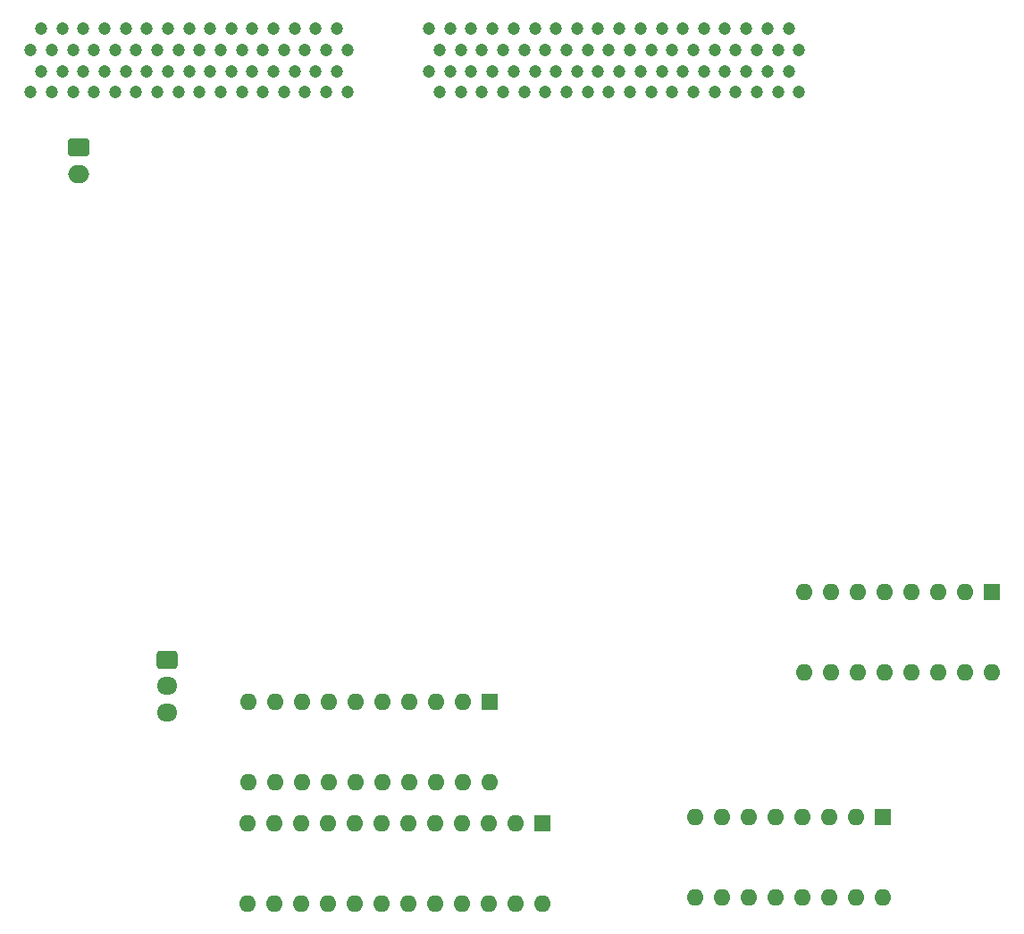
<source format=gbr>
%TF.GenerationSoftware,KiCad,Pcbnew,(7.0.0)*%
%TF.CreationDate,2023-02-16T22:34:58-06:00*%
%TF.ProjectId,cart,63617274-2e6b-4696-9361-645f70636258,rev?*%
%TF.SameCoordinates,Original*%
%TF.FileFunction,Soldermask,Bot*%
%TF.FilePolarity,Negative*%
%FSLAX46Y46*%
G04 Gerber Fmt 4.6, Leading zero omitted, Abs format (unit mm)*
G04 Created by KiCad (PCBNEW (7.0.0)) date 2023-02-16 22:34:58*
%MOMM*%
%LPD*%
G01*
G04 APERTURE LIST*
G04 Aperture macros list*
%AMRoundRect*
0 Rectangle with rounded corners*
0 $1 Rounding radius*
0 $2 $3 $4 $5 $6 $7 $8 $9 X,Y pos of 4 corners*
0 Add a 4 corners polygon primitive as box body*
4,1,4,$2,$3,$4,$5,$6,$7,$8,$9,$2,$3,0*
0 Add four circle primitives for the rounded corners*
1,1,$1+$1,$2,$3*
1,1,$1+$1,$4,$5*
1,1,$1+$1,$6,$7*
1,1,$1+$1,$8,$9*
0 Add four rect primitives between the rounded corners*
20,1,$1+$1,$2,$3,$4,$5,0*
20,1,$1+$1,$4,$5,$6,$7,0*
20,1,$1+$1,$6,$7,$8,$9,0*
20,1,$1+$1,$8,$9,$2,$3,0*%
G04 Aperture macros list end*
%ADD10R,1.600000X1.600000*%
%ADD11O,1.600000X1.600000*%
%ADD12RoundRect,0.250000X-0.750000X0.600000X-0.750000X-0.600000X0.750000X-0.600000X0.750000X0.600000X0*%
%ADD13O,2.000000X1.700000*%
%ADD14C,1.200000*%
%ADD15RoundRect,0.250000X-0.725000X0.600000X-0.725000X-0.600000X0.725000X-0.600000X0.725000X0.600000X0*%
%ADD16O,1.950000X1.700000*%
G04 APERTURE END LIST*
D10*
%TO.C,U5*%
X165609999Y-165469999D03*
D11*
X163069999Y-165469999D03*
X160529999Y-165469999D03*
X157989999Y-165469999D03*
X155449999Y-165469999D03*
X152909999Y-165469999D03*
X150369999Y-165469999D03*
X147829999Y-165469999D03*
X147829999Y-173089999D03*
X150369999Y-173089999D03*
X152909999Y-173089999D03*
X155449999Y-173089999D03*
X157989999Y-173089999D03*
X160529999Y-173089999D03*
X163069999Y-173089999D03*
X165609999Y-173089999D03*
%TD*%
D12*
%TO.C,SW2*%
X89425000Y-102025000D03*
D13*
X89424999Y-104524999D03*
%TD*%
D14*
%TO.C,SSCART1*%
X157710000Y-92750000D03*
X156710000Y-90750000D03*
X155710000Y-92750000D03*
X154710000Y-90750000D03*
X153710000Y-92750000D03*
X152710000Y-90750000D03*
X151690000Y-92750000D03*
X150690000Y-90750000D03*
X149690000Y-92750000D03*
X148690000Y-90750000D03*
X147690000Y-92750000D03*
X146690000Y-90750000D03*
X145690000Y-92750000D03*
X144690000Y-90750000D03*
X143690000Y-92750000D03*
X142690000Y-90750000D03*
X141690000Y-92750000D03*
X140690000Y-90750000D03*
X139670000Y-92750000D03*
X138670000Y-90750000D03*
X137670000Y-92750000D03*
X136670000Y-90750000D03*
X135670000Y-92750000D03*
X134670000Y-90750000D03*
X133670000Y-92750000D03*
X132670000Y-90750000D03*
X131670000Y-92750000D03*
X130670000Y-90750000D03*
X129670000Y-92750000D03*
X128670000Y-90750000D03*
X127650000Y-92750000D03*
X126650000Y-90750000D03*
X125650000Y-92750000D03*
X124650000Y-90750000D03*
X123650000Y-92750000D03*
X122650000Y-90750000D03*
X114900000Y-92750000D03*
X113900000Y-90750000D03*
X112900000Y-92750000D03*
X111900000Y-90750000D03*
X110900000Y-92750000D03*
X109900000Y-90750000D03*
X108900000Y-92750000D03*
X107900000Y-90750000D03*
X106900000Y-92750000D03*
X105900000Y-90750000D03*
X104900000Y-92750000D03*
X103900000Y-90750000D03*
X102900000Y-92750000D03*
X101900000Y-90750000D03*
X100900000Y-92750000D03*
X99900000Y-90750000D03*
X98900000Y-92750000D03*
X97900000Y-90750000D03*
X96900000Y-92750000D03*
X95900000Y-90750000D03*
X94900000Y-92750000D03*
X93900000Y-90750000D03*
X92900000Y-92750000D03*
X91900000Y-90750000D03*
X90900000Y-92750000D03*
X89900000Y-90750000D03*
X88900000Y-92750000D03*
X87900000Y-90750000D03*
X86900000Y-92750000D03*
X85900000Y-90750000D03*
X84900000Y-92750000D03*
X157710000Y-96750000D03*
X156710000Y-94750000D03*
X155710000Y-96750000D03*
X154710000Y-94750000D03*
X153710000Y-96750000D03*
X152710000Y-94750000D03*
X151690000Y-96750000D03*
X150690000Y-94750000D03*
X149690000Y-96750000D03*
X148690000Y-94750000D03*
X147690000Y-96750000D03*
X146690000Y-94750000D03*
X145690000Y-96750000D03*
X144690000Y-94750000D03*
X143690000Y-96750000D03*
X142690000Y-94750000D03*
X141690000Y-96750000D03*
X140690000Y-94750000D03*
X139670000Y-96750000D03*
X138670000Y-94750000D03*
X137670000Y-96750000D03*
X136670000Y-94750000D03*
X135670000Y-96750000D03*
X134670000Y-94750000D03*
X133670000Y-96750000D03*
X132670000Y-94750000D03*
X131670000Y-96750000D03*
X130670000Y-94750000D03*
X129670000Y-96750000D03*
X128670000Y-94750000D03*
X127650000Y-96750000D03*
X126650000Y-94750000D03*
X125650000Y-96750000D03*
X124650000Y-94750000D03*
X123650000Y-96750000D03*
X122650000Y-94750000D03*
X114900000Y-96750000D03*
X113900000Y-94750000D03*
X112900000Y-96750000D03*
X111900000Y-94750000D03*
X110900000Y-96750000D03*
X109900000Y-94750000D03*
X108900000Y-96750000D03*
X107900000Y-94750000D03*
X106900000Y-96750000D03*
X105900000Y-94750000D03*
X104900000Y-96750000D03*
X103900000Y-94750000D03*
X102900000Y-96750000D03*
X101900000Y-94750000D03*
X100900000Y-96750000D03*
X99900000Y-94750000D03*
X98900000Y-96750000D03*
X97900000Y-94750000D03*
X96900000Y-96750000D03*
X95900000Y-94750000D03*
X94900000Y-96750000D03*
X93900000Y-94750000D03*
X92900000Y-96750000D03*
X91900000Y-94750000D03*
X90900000Y-96750000D03*
X89900000Y-94750000D03*
X88900000Y-96750000D03*
X87900000Y-94750000D03*
X86900000Y-96750000D03*
X85900000Y-94750000D03*
X84900000Y-96750000D03*
%TD*%
D10*
%TO.C,U6*%
X175929999Y-144189999D03*
D11*
X173389999Y-144189999D03*
X170849999Y-144189999D03*
X168309999Y-144189999D03*
X165769999Y-144189999D03*
X163229999Y-144189999D03*
X160689999Y-144189999D03*
X158149999Y-144189999D03*
X158149999Y-151809999D03*
X160689999Y-151809999D03*
X163229999Y-151809999D03*
X165769999Y-151809999D03*
X168309999Y-151809999D03*
X170849999Y-151809999D03*
X173389999Y-151809999D03*
X175929999Y-151809999D03*
%TD*%
D10*
%TO.C,U1*%
X128424999Y-154574999D03*
D11*
X125884999Y-154574999D03*
X123344999Y-154574999D03*
X120804999Y-154574999D03*
X118264999Y-154574999D03*
X115724999Y-154574999D03*
X113184999Y-154574999D03*
X110644999Y-154574999D03*
X108104999Y-154574999D03*
X105564999Y-154574999D03*
X105564999Y-162194999D03*
X108104999Y-162194999D03*
X110644999Y-162194999D03*
X113184999Y-162194999D03*
X115724999Y-162194999D03*
X118264999Y-162194999D03*
X120804999Y-162194999D03*
X123344999Y-162194999D03*
X125884999Y-162194999D03*
X128424999Y-162194999D03*
%TD*%
D10*
%TO.C,U4*%
X133399999Y-166049999D03*
D11*
X130859999Y-166049999D03*
X128319999Y-166049999D03*
X125779999Y-166049999D03*
X123239999Y-166049999D03*
X120699999Y-166049999D03*
X118159999Y-166049999D03*
X115619999Y-166049999D03*
X113079999Y-166049999D03*
X110539999Y-166049999D03*
X107999999Y-166049999D03*
X105459999Y-166049999D03*
X105459999Y-173669999D03*
X107999999Y-173669999D03*
X110539999Y-173669999D03*
X113079999Y-173669999D03*
X115619999Y-173669999D03*
X118159999Y-173669999D03*
X120699999Y-173669999D03*
X123239999Y-173669999D03*
X125779999Y-173669999D03*
X128319999Y-173669999D03*
X130859999Y-173669999D03*
X133399999Y-173669999D03*
%TD*%
D15*
%TO.C,SW1*%
X97800000Y-150575000D03*
D16*
X97799999Y-153074999D03*
X97799999Y-155574999D03*
%TD*%
M02*

</source>
